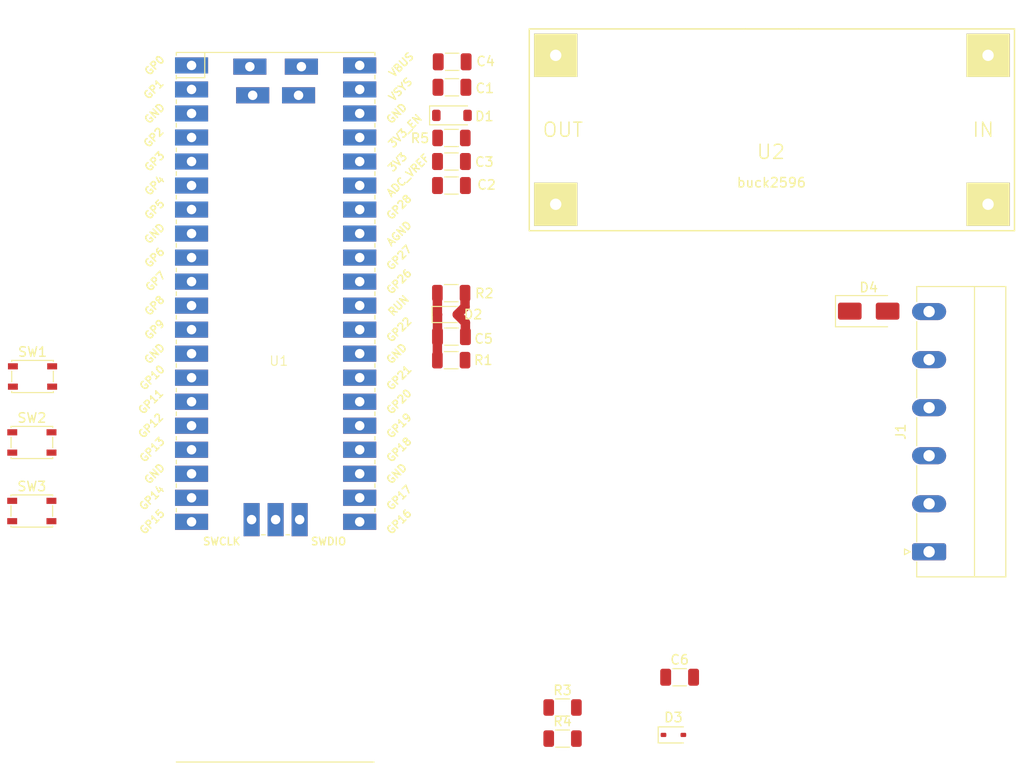
<source format=kicad_pcb>
(kicad_pcb (version 20221018) (generator pcbnew)
  (layers (0 "F.Cu" signal "Top") (31 "B.Cu" signal "Bottom") (34 "B.Paste" user) (35 "F.Paste" user) (36 "B.SilkS" user "B.Silkscreen") (37 "F.SilkS" user "F.Silkscreen") (38 "B.Mask" user) (39 "F.Mask" user) (44 "Edge.Cuts" user))
  (net 0 "")
  (net 3 "Vin")
  (net 17 "Bottom")
  (net 19 "Net-(U1-ADC_REF)")
  (net 20 "Net-(U1-VBUS)")
  (net 31 "ADC0")
  (net 32 "ADC1")
  (net 33 "Top")
  (net 34 "Net-(D4-K)")
  (net 36 "Net-(D4-A)")
  (net 37 "AIN0")
  (net 42 "Net-(J1-Pin_5)")
  (net 43 "AIN1")
  (net 45 "Net-(U1-GP13)")
  (net 46 "Net-(U1-3V3)")
  (net 48 "Net-(U1-GP14)")
  (net 50 "Net-(U1-GP15)")
  (net 51 "ADC2")
  (footprint "Capacitor_SMD:C_1206_3216Metric" (layer "F.Cu") (at 172.0596 55.3466)
    (fp_text reference "C1" (at 3.4798 0.1016) (layer "F.SilkS"))
    (fp_text value "100n")
    (fp_line (start -0.711252 -0.91) (end 0.711252 -0.91) (stroke (width 0.12)) (layer "F.SilkS"))
    (fp_line (start -0.711252 0.91) (end 0.711252 0.91) (stroke (width 0.12)) (layer "F.SilkS"))
    (pad "1" smd roundrect (at -1.475 0) (size 1.15 1.8) (layers "F.Cu" "F.Paste" "F.Mask") (roundrect_rratio 0.217391) (net 3 "Vin"))
    (pad "2" smd roundrect (at 1.475 0) (size 1.15 1.8) (layers "F.Cu" "F.Paste" "F.Mask") (roundrect_rratio 0.217391) (net 17 "Bottom"))
  )
  (footprint "Button_Switch_SMD:SW_SPST_PTS810" (layer "F.Cu") (at 127.635 100.1522)
    (fp_text reference "SW3" (at 0 -2.6) (layer "F.SilkS"))
    (fp_text value "SW_Push")
    (fp_line (start -2.2 -1.7) (end -2.2 -1.58) (stroke (width 0.12)) (layer "F.SilkS"))
    (fp_line (start -2.2 -0.57) (end -2.2 0.57) (stroke (width 0.12)) (layer "F.SilkS"))
    (fp_line (start -2.2 1.58) (end -2.2 1.7) (stroke (width 0.12)) (layer "F.SilkS"))
    (fp_line (start -2.2 1.7) (end 2.2 1.7) (stroke (width 0.12)) (layer "F.SilkS"))
    (fp_line (start 2.2 -1.7) (end -2.2 -1.7) (stroke (width 0.12)) (layer "F.SilkS"))
    (fp_line (start 2.2 -1.58) (end 2.2 -1.7) (stroke (width 0.12)) (layer "F.SilkS"))
    (fp_line (start 2.2 0.57) (end 2.2 -0.57) (stroke (width 0.12)) (layer "F.SilkS"))
    (fp_line (start 2.2 1.7) (end 2.2 1.58) (stroke (width 0.12)) (layer "F.SilkS"))
    (pad "1" smd rect (at -2.075 -1.075) (size 1.05 0.65) (layers "F.Cu" "F.Paste" "F.Mask"))
    (pad "1" smd rect (at 2.075 -1.075) (size 1.05 0.65) (layers "F.Cu" "F.Paste" "F.Mask"))
    (pad "2" smd rect (at -2.075 1.075) (size 1.05 0.65) (layers "F.Cu" "F.Paste" "F.Mask") (net 50 "Net-(U1-GP15)"))
    (pad "2" smd rect (at 2.075 1.075) (size 1.05 0.65) (layers "F.Cu" "F.Paste" "F.Mask") (net 50 "Net-(U1-GP15)"))
  )
  (footprint "Button_Switch_SMD:SW_SPST_PTS810" (layer "F.Cu") (at 127.6428 92.905)
    (fp_text reference "SW2" (at 0 -2.6) (layer "F.SilkS"))
    (fp_text value "SW_Push")
    (fp_line (start -2.2 -1.7) (end -2.2 -1.58) (stroke (width 0.12)) (layer "F.SilkS"))
    (fp_line (start -2.2 -0.57) (end -2.2 0.57) (stroke (width 0.12)) (layer "F.SilkS"))
    (fp_line (start -2.2 1.58) (end -2.2 1.7) (stroke (width 0.12)) (layer "F.SilkS"))
    (fp_line (start -2.2 1.7) (end 2.2 1.7) (stroke (width 0.12)) (layer "F.SilkS"))
    (fp_line (start 2.2 -1.7) (end -2.2 -1.7) (stroke (width 0.12)) (layer "F.SilkS"))
    (fp_line (start 2.2 -1.58) (end 2.2 -1.7) (stroke (width 0.12)) (layer "F.SilkS"))
    (fp_line (start 2.2 0.57) (end 2.2 -0.57) (stroke (width 0.12)) (layer "F.SilkS"))
    (fp_line (start 2.2 1.7) (end 2.2 1.58) (stroke (width 0.12)) (layer "F.SilkS"))
    (pad "1" smd rect (at -2.075 -1.075) (size 1.05 0.65) (layers "F.Cu" "F.Paste" "F.Mask"))
    (pad "1" smd rect (at 2.075 -1.075) (size 1.05 0.65) (layers "F.Cu" "F.Paste" "F.Mask"))
    (pad "2" smd rect (at -2.075 1.075) (size 1.05 0.65) (layers "F.Cu" "F.Paste" "F.Mask") (net 48 "Net-(U1-GP14)"))
    (pad "2" smd rect (at 2.075 1.075) (size 1.05 0.65) (layers "F.Cu" "F.Paste" "F.Mask") (net 48 "Net-(U1-GP14)"))
  )
  (footprint "Resistor_SMD:R_1206_3216Metric" (layer "F.Cu") (at 171.9834 84.201 180)
    (fp_text reference "R1" (at -3.3929 0) (layer "F.SilkS"))
    (fp_text value "10K")
    (fp_line (start -0.727064 -0.91) (end 0.727064 -0.91) (stroke (width 0.12)) (layer "F.SilkS"))
    (fp_line (start -0.727064 0.91) (end 0.727064 0.91) (stroke (width 0.12)) (layer "F.SilkS"))
    (pad "1" smd roundrect (at -1.4625 0 180) (size 1.125 1.75) (layers "F.Cu" "F.Paste" "F.Mask") (roundrect_rratio 0.222222) (net 37 "AIN0"))
    (pad "2" smd roundrect (at 1.4625 0 180) (size 1.125 1.75) (layers "F.Cu" "F.Paste" "F.Mask") (roundrect_rratio 0.222222) (net 31 "ADC0"))
  )
  (footprint "DC_DC_LM2596_small:DC_DC_LM2596_small" (layer "F.Cu") (at 205.8924 59.8424 180)
    (fp_text reference "U2" (at 0.1016 -2.3368) (layer "F.SilkS") (effects (font (size 1.5 1.5))))
    (fp_text value "buck2596" (at 0.0508 -5.588) (layer "F.SilkS"))
    (fp_text user "OUT" (at 22.098 0) (layer "F.SilkS") (effects (font (size 1.5 1.5))))
    (fp_text user "IN" (at -22.352 0) (layer "F.SilkS") (effects (font (size 1.5 1.5))))
    (fp_line (start -25.654 -10.668) (end 25.654 -10.668) (stroke (width 0.15)) (layer "F.SilkS"))
    (fp_line (start -25.654 10.668) (end -25.654 -10.668) (stroke (width 0.15)) (layer "F.SilkS"))
    (fp_line (start -25.654 10.668) (end -2.794 10.668) (stroke (width 0.15)) (layer "F.SilkS"))
    (fp_line (start 2.794 10.668) (end -2.794 10.668) (stroke (width 0.15)) (layer "F.SilkS"))
    (fp_line (start 2.794 10.668) (end 25.654 10.668) (stroke (width 0.15)) (layer "F.SilkS"))
    (fp_line (start 25.654 10.668) (end 25.654 -10.668) (stroke (width 0.15)) (layer "F.SilkS"))
    (pad "1" thru_hole rect (at -22.86 -7.874 180) (size 4.572 4.572) (drill 1.2) (layers "*.Cu" "*.Mask" "F.SilkS") (net 34 "Net-(D4-K)"))
    (pad "2" thru_hole rect (at -22.86 7.874 180) (size 4.572 4.572) (drill 1.2) (layers "*.Cu" "*.Mask" "F.SilkS") (net 42 "Net-(J1-Pin_5)"))
    (pad "3" thru_hole rect (at 22.86 -7.874 180) (size 4.572 4.572) (drill 1.2) (layers "*.Cu" "*.Mask" "F.SilkS") (net 3 "Vin"))
    (pad "4" thru_hole rect (at 22.86 7.874 180) (size 4.572 4.572) (drill 1.2) (layers "*.Cu" "*.Mask" "F.SilkS") (net 17 "Bottom"))
  )
  (footprint "Capacitor_SMD:C_1206_3216Metric" (layer "F.Cu") (at 196.137 117.729)
    (fp_text reference "C6" (at 0 -1.85) (layer "F.SilkS"))
    (fp_text value "100n")
    (fp_line (start -0.711252 -0.91) (end 0.711252 -0.91) (stroke (width 0.12)) (layer "F.SilkS"))
    (fp_line (start -0.711252 0.91) (end 0.711252 0.91) (stroke (width 0.12)) (layer "F.SilkS"))
    (pad "1" smd roundrect (at -1.475 0) (size 1.15 1.8) (layers "F.Cu" "F.Paste" "F.Mask") (roundrect_rratio 0.217391) (net 32 "ADC1"))
    (pad "2" smd roundrect (at 1.475 0) (size 1.15 1.8) (layers "F.Cu" "F.Paste" "F.Mask") (roundrect_rratio 0.217391) (net 17 "Bottom"))
  )
  (footprint "Capacitor_SMD:C_1206_3216Metric" (layer "F.Cu") (at 172.0088 65.7352)
    (fp_text reference "C2" (at 3.7084 -0.0762) (layer "F.SilkS"))
    (fp_text value "100n")
    (fp_line (start -0.711252 -0.91) (end 0.711252 -0.91) (stroke (width 0.12)) (layer "F.SilkS"))
    (fp_line (start -0.711252 0.91) (end 0.711252 0.91) (stroke (width 0.12)) (layer "F.SilkS"))
    (pad "1" smd roundrect (at -1.475 0) (size 1.15 1.8) (layers "F.Cu" "F.Paste" "F.Mask") (roundrect_rratio 0.217391) (net 19 "Net-(U1-ADC_REF)"))
    (pad "2" smd roundrect (at 1.475 0) (size 1.15 1.8) (layers "F.Cu" "F.Paste" "F.Mask") (roundrect_rratio 0.217391) (net 17 "Bottom"))
  )
  (footprint "Diode_SMD:D_SMA" (layer "F.Cu") (at 216.1286 79.0194)
    (fp_text reference "D4" (at 0 -2.5) (layer "F.SilkS"))
    (fp_text value "SS14")
    (fp_line (start -3.51 -1.65) (end -3.51 1.65) (stroke (width 0.12)) (layer "F.SilkS"))
    (fp_line (start -3.51 -1.65) (end 2 -1.65) (stroke (width 0.12)) (layer "F.SilkS"))
    (fp_line (start -3.51 1.65) (end 2 1.65) (stroke (width 0.12)) (layer "F.SilkS"))
    (pad "1" smd roundrect (at -2 0) (size 2.5 1.8) (layers "F.Cu" "F.Paste" "F.Mask") (roundrect_rratio 0.1388888889) (net 34 "Net-(D4-K)"))
    (pad "2" smd roundrect (at 2 0) (size 2.5 1.8) (layers "F.Cu" "F.Paste" "F.Mask") (roundrect_rratio 0.1388888889) (net 36 "Net-(D4-A)"))
  )
  (footprint "Diode_SMD:D_SOD-323" (layer "F.Cu") (at 171.577 79.375)
    (fp_text reference "D2" (at 2.7178 0) (layer "F.SilkS"))
    (fp_text value "S2")
    (fp_line (start -1.61 -0.85) (end -1.61 0.85) (stroke (width 0.12)) (layer "F.SilkS"))
    (fp_line (start -1.61 -0.85) (end 1.05 -0.85) (stroke (width 0.12)) (layer "F.SilkS"))
    (fp_line (start -1.61 0.85) (end 1.05 0.85) (stroke (width 0.12)) (layer "F.SilkS"))
    (pad "1" smd roundrect (at -1.05 0) (size 0.6 0.45) (layers "F.Cu" "F.Paste" "F.Mask") (net 31 "ADC0"))
    (pad "2" smd roundrect (at 1.05 0) (size 0.6 0.45) (layers "F.Cu" "F.Paste" "F.Mask") (net 17 "Bottom"))
  )
  (footprint "Resistor_SMD:R_1206_3216Metric" (layer "F.Cu") (at 183.757 124.219)
    (fp_text reference "R4" (at 0 -1.82) (layer "F.SilkS"))
    (fp_text value "10K")
    (fp_line (start -0.727064 -0.91) (end 0.727064 -0.91) (stroke (width 0.12)) (layer "F.SilkS"))
    (fp_line (start -0.727064 0.91) (end 0.727064 0.91) (stroke (width 0.12)) (layer "F.SilkS"))
    (pad "1" smd roundrect (at -1.4625 0) (size 1.125 1.75) (layers "F.Cu" "F.Paste" "F.Mask") (roundrect_rratio 0.222222) (net 32 "ADC1"))
    (pad "2" smd roundrect (at 1.4625 0) (size 1.125 1.75) (layers "F.Cu" "F.Paste" "F.Mask") (roundrect_rratio 0.222222) (net 17 "Bottom"))
  )
  (footprint "Capacitor_SMD:C_1206_3216Metric" (layer "F.Cu") (at 172.0088 63.1952)
    (fp_text reference "C3" (at 3.4798 0.0508) (layer "F.SilkS"))
    (fp_text value "100n")
    (fp_line (start -0.711252 -0.91) (end 0.711252 -0.91) (stroke (width 0.12)) (layer "F.SilkS"))
    (fp_line (start -0.711252 0.91) (end 0.711252 0.91) (stroke (width 0.12)) (layer "F.SilkS"))
    (pad "1" smd roundrect (at -1.475 0) (size 1.15 1.8) (layers "F.Cu" "F.Paste" "F.Mask") (roundrect_rratio 0.217391) (net 46 "Net-(U1-3V3)"))
    (pad "2" smd roundrect (at 1.475 0) (size 1.15 1.8) (layers "F.Cu" "F.Paste" "F.Mask") (roundrect_rratio 0.217391) (net 17 "Bottom"))
  )
  (footprint "Resistor_SMD:R_1206_3216Metric" (layer "F.Cu") (at 183.757 120.929)
    (fp_text reference "R3" (at 0 -1.82) (layer "F.SilkS"))
    (fp_text value "10K")
    (fp_line (start -0.727064 -0.91) (end 0.727064 -0.91) (stroke (width 0.12)) (layer "F.SilkS"))
    (fp_line (start -0.727064 0.91) (end 0.727064 0.91) (stroke (width 0.12)) (layer "F.SilkS"))
    (pad "1" smd roundrect (at -1.4625 0) (size 1.125 1.75) (layers "F.Cu" "F.Paste" "F.Mask") (roundrect_rratio 0.222222) (net 43 "AIN1"))
    (pad "2" smd roundrect (at 1.4625 0) (size 1.125 1.75) (layers "F.Cu" "F.Paste" "F.Mask") (roundrect_rratio 0.222222) (net 32 "ADC1"))
  )
  (footprint "Connector_Phoenix_MC_HighVoltage:PhoenixContact_MC_1,5_6-G-5.08_1x06_P5.08mm_Horizontal" (layer "F.Cu") (at 222.5179 104.466 90)
    (fp_text reference "J1" (at 12.7 -3 90) (layer "F.SilkS"))
    (fp_text value "Conn_01x06")
    (fp_line (start -2.65 -1.31) (end -2.65 8.11) (stroke (width 0.12)) (layer "F.SilkS"))
    (fp_line (start -2.65 -1.31) (end -1.05 -1.31) (stroke (width 0.12)) (layer "F.SilkS"))
    (fp_line (start -2.65 4.8) (end 28.05 4.8) (stroke (width 0.12)) (layer "F.SilkS"))
    (fp_line (start -2.65 8.11) (end 28.05 8.11) (stroke (width 0.12)) (layer "F.SilkS"))
    (fp_line (start -0.3 -2.6) (end 0.3 -2.6) (stroke (width 0.12)) (layer "F.SilkS"))
    (fp_line (start 0 -2) (end -0.3 -2.6) (stroke (width 0.12)) (layer "F.SilkS"))
    (fp_line (start 0.3 -2.6) (end 0 -2) (stroke (width 0.12)) (layer "F.SilkS"))
    (fp_line (start 1.05 -1.31) (end 4.03 -1.31) (stroke (width 0.12)) (layer "F.SilkS"))
    (fp_line (start 6.13 -1.31) (end 9.11 -1.31) (stroke (width 0.12)) (layer "F.SilkS"))
    (fp_line (start 11.21 -1.31) (end 14.19 -1.31) (stroke (width 0.12)) (layer "F.SilkS"))
    (fp_line (start 16.29 -1.31) (end 19.27 -1.31) (stroke (width 0.12)) (layer "F.SilkS"))
    (fp_line (start 21.37 -1.31) (end 24.35 -1.31) (stroke (width 0.12)) (layer "F.SilkS"))
    (fp_line (start 28.05 -1.31) (end 26.45 -1.31) (stroke (width 0.12)) (layer "F.SilkS"))
    (fp_line (start 28.05 8.11) (end 28.05 -1.31) (stroke (width 0.12)) (layer "F.SilkS"))
    (pad "1" thru_hole roundrect (at 0 0 90) (size 1.8 3.6) (drill 1.2) (layers "*.Cu" "*.Mask") (roundrect_rratio 0.138889) (net 33 "Top"))
    (pad "2" thru_hole oval (at 5.08 0 90) (size 1.8 3.6) (drill 1.2) (layers "*.Cu" "*.Mask") (net 37 "AIN0"))
    (pad "3" thru_hole oval (at 10.16 0 90) (size 1.8 3.6) (drill 1.2) (layers "*.Cu" "*.Mask") (net 17 "Bottom"))
    (pad "4" thru_hole oval (at 15.24 0 90) (size 1.8 3.6) (drill 1.2) (layers "*.Cu" "*.Mask"))
    (pad "5" thru_hole oval (at 20.32 0 90) (size 1.8 3.6) (drill 1.2) (layers "*.Cu" "*.Mask") (net 42 "Net-(J1-Pin_5)"))
    (pad "6" thru_hole oval (at 25.4 0 90) (size 1.8 3.6) (drill 1.2) (layers "*.Cu" "*.Mask") (net 36 "Net-(D4-A)"))
  )
  (footprint "Diode_SMD:D_SOD-123" (layer "F.Cu") (at 172.0596 58.3184)
    (fp_text reference "D1" (at 3.429 0.1016) (layer "F.SilkS"))
    (fp_text value "MMSZ4680T1G CE")
    (fp_line (start -2.36 -1) (end -2.36 1) (stroke (width 0.12)) (layer "F.SilkS"))
    (fp_line (start -2.36 -1) (end 1.65 -1) (stroke (width 0.12)) (layer "F.SilkS"))
    (fp_line (start -2.36 1) (end 1.65 1) (stroke (width 0.12)) (layer "F.SilkS"))
    (pad "1" smd roundrect (at -1.65 0) (size 0.9 1.2) (layers "F.Cu" "F.Paste" "F.Mask") (net 33 "Top"))
    (pad "2" smd roundrect (at 1.65 0) (size 0.9 1.2) (layers "F.Cu" "F.Paste" "F.Mask") (net 17 "Bottom"))
  )
  (footprint "Diode_SMD:D_SOD-323" (layer "F.Cu") (at 195.482 123.829)
    (fp_text reference "D3" (at 0 -1.85) (layer "F.SilkS"))
    (fp_text value "S2")
    (fp_line (start -1.61 -0.85) (end -1.61 0.85) (stroke (width 0.12)) (layer "F.SilkS"))
    (fp_line (start -1.61 -0.85) (end 1.05 -0.85) (stroke (width 0.12)) (layer "F.SilkS"))
    (fp_line (start -1.61 0.85) (end 1.05 0.85) (stroke (width 0.12)) (layer "F.SilkS"))
    (pad "1" smd roundrect (at -1.05 0) (size 0.6 0.45) (layers "F.Cu" "F.Paste" "F.Mask") (net 32 "ADC1"))
    (pad "2" smd roundrect (at 1.05 0) (size 0.6 0.45) (layers "F.Cu" "F.Paste" "F.Mask") (net 17 "Bottom"))
  )
  (footprint "Wiznet_W5100SEBV_Pico:Wiznet_Pico" (layer "F.Cu") (at 153.756 84.7852)
    (fp_text reference "U1" (at 0 -0.5 unlocked) (layer "F.SilkS") (effects (font (thickness 0.1))))
    (fp_text value "~")
    (fp_text user "VSYS" (at 12.86 -29.21 45) (layer "F.SilkS") (effects (font (size 0.8 0.8))))
    (fp_text user "GND" (at -13.14 11.43 45) (layer "F.SilkS") (effects (font (size 0.8 0.8))))
    (fp_text user "GP9" (at -13.14 -3.81 45) (layer "F.SilkS") (effects (font (size 0.8 0.8))))
    (fp_text user "GP3" (at -13.14 -21.59 45) (layer "F.SilkS") (effects (font (size 0.8 0.8))))
    (fp_text user "GND" (at 12.46 11.43 45) (layer "F.SilkS") (effects (font (size 0.8 0.8))))
    (fp_text user "GP1" (at -13.24 -29.22 45) (layer "F.SilkS") (effects (font (size 0.8 0.8))))
    (fp_text user "GP18" (at 12.714 8.89 45) (layer "F.SilkS") (effects (font (size 0.8 0.8))))
    (fp_text user "GP8" (at -13.14 -6.35 45) (layer "F.SilkS") (effects (font (size 0.8 0.8))))
    (fp_text user "GP16" (at 12.714 16.51 45) (layer "F.SilkS") (effects (font (size 0.8 0.8))))
    (fp_text user "GND" (at 12.46 -1.27 45) (layer "F.SilkS") (effects (font (size 0.8 0.8))))
    (fp_text user "GP10" (at -13.394 1.27 45) (layer "F.SilkS") (effects (font (size 0.8 0.8))))
    (fp_text user "SWCLK" (at -6.04 18.58) (layer "F.SilkS") (effects (font (size 0.8 0.8))))
    (fp_text user "GP11" (at -13.54 3.81 45) (layer "F.SilkS") (effects (font (size 0.8 0.8))))
    (fp_text user "3V3_EN" (at 13.36 -24.82 45) (layer "F.SilkS") (effects (font (size 0.8 0.8))))
    (fp_text user "GP5" (at -13.14 -16.51 45) (layer "F.SilkS") (effects (font (size 0.8 0.8))))
    (fp_text user "GP28" (at 12.714 -16.764 45) (layer "F.SilkS") (effects (font (size 0.8 0.8))))
    (fp_text user "GND" (at -13.14 -13.97 45) (layer "F.SilkS") (effects (font (size 0.8 0.8))))
    (fp_text user "GND" (at -13.14 -1.27 45) (layer "F.SilkS") (effects (font (size 0.8 0.8))))
    (fp_text user "GP4" (at -13.14 -19.05 45) (layer "F.SilkS") (effects (font (size 0.8 0.8))))
    (fp_text user "GP17" (at 12.714 13.97 45) (layer "F.SilkS") (effects (font (size 0.8 0.8))))
    (fp_text user "SWDIO" (at 5.26 18.58) (layer "F.SilkS") (effects (font (size 0.8 0.8))))
    (fp_text user "GP20" (at 12.714 3.81 45) (layer "F.SilkS") (effects (font (size 0.8 0.8))))
    (fp_text user "GP22" (at 12.714 -3.81 45) (layer "F.SilkS") (effects (font (size 0.8 0.8))))
    (fp_text user "GP15" (at -13.394 16.51 45) (layer "F.SilkS") (effects (font (size 0.8 0.8))))
    (fp_text user "RUN" (at 12.66 -6.35 45) (layer "F.SilkS") (effects (font (size 0.8 0.8))))
    (fp_text user "VBUS" (at 12.96 -31.82 45) (layer "F.SilkS") (effects (font (size 0.8 0.8))))
    (fp_text user "GP0" (at -13.14 -31.75 45) (layer "F.SilkS") (effects (font (size 0.8 0.8))))
    (fp_text user "3V3" (at 12.56 -21.52 45) (layer "F.SilkS") (effects (font (size 0.8 0.8))))
    (fp_text user "GND" (at 12.46 -26.67 45) (layer "F.SilkS") (effects (font (size 0.8 0.8))))
    (fp_text user "GP13" (at -13.394 8.89 45) (layer "F.SilkS") (effects (font (size 0.8 0.8))))
    (fp_text user "GP21" (at 12.714 1.28 45) (layer "F.SilkS") (effects (font (size 0.8 0.8))))
    (fp_text user "ADC_VREF" (at 13.66 -20.12 45) (layer "F.SilkS") (effects (font (size 0.8 0.8))))
    (fp_text user "GND" (at -13.14 -26.67 45) (layer "F.SilkS") (effects (font (size 0.8 0.8))))
    (fp_text user "GP27" (at 12.714 -11.42 45) (layer "F.SilkS") (effects (font (size 0.8 0.8))))
    (fp_text user "GP7" (at -13.04 -8.92 45) (layer "F.SilkS") (effects (font (size 0.8 0.8))))
    (fp_text user "GP26" (at 12.714 -8.89 45) (layer "F.SilkS") (effects (font (size 0.8 0.8))))
    (fp_text user "AGND" (at 12.714 -13.97 45) (layer "F.SilkS") (effects (font (size 0.8 0.8))))
    (fp_text user "GP12" (at -13.54 6.35 45) (layer "F.SilkS") (effects (font (size 0.8 0.8))))
    (fp_text user "GP19" (at 12.714 6.35 45) (layer "F.SilkS") (effects (font (size 0.8 0.8))))
    (fp_text user "GP2" (at -13.24 -24.13 45) (layer "F.SilkS") (effects (font (size 0.8 0.8))))
    (fp_text user "GP14" (at -13.44 13.97 45) (layer "F.SilkS") (effects (font (size 0.8 0.8))))
    (fp_text user "GP6" (at -13.14 -11.43 45) (layer "F.SilkS") (effects (font (size 0.8 0.8))))
    (fp_line (start -10.84 -33.12) (end -10.84 -32.82) (stroke (width 0.12)) (layer "F.SilkS"))
    (fp_line (start -10.84 -33.12) (end 10.16 -33.12) (stroke (width 0.12)) (layer "F.SilkS"))
    (fp_line (start -10.84 -30.72) (end -10.84 -30.32) (stroke (width 0.12)) (layer "F.SilkS"))
    (fp_line (start -10.84 -30.453) (end -7.833 -30.453) (stroke (width 0.12)) (layer "F.SilkS"))
    (fp_line (start -10.84 -28.12) (end -10.84 -27.72) (stroke (width 0.12)) (layer "F.SilkS"))
    (fp_line (start -10.84 -25.62) (end -10.84 -25.22) (stroke (width 0.12)) (layer "F.SilkS"))
    (fp_line (start -10.84 -23.02) (end -10.84 -22.62) (stroke (width 0.12)) (layer "F.SilkS"))
    (fp_line (start -10.84 -20.52) (end -10.84 -20.12) (stroke (width 0.12)) (layer "F.SilkS"))
    (fp_line (start -10.84 -18.02) (end -10.84 -17.62) (stroke (width 0.12)) (layer "F.SilkS"))
    (fp_line (start -10.84 -15.42) (end -10.84 -15.02) (stroke (width 0.12)) (layer "F.SilkS"))
    (fp_line (start -10.84 -12.92) (end -10.84 -12.52) (stroke (width 0.12)) (layer "F.SilkS"))
    (fp_line (start -10.84 -10.32) (end -10.84 -9.92) (stroke (width 0.12)) (layer "F.SilkS"))
    (fp_line (start -10.84 -7.82) (end -10.84 -7.42) (stroke (width 0.12)) (layer "F.SilkS"))
    (fp_line (start -10.84 -5.32) (end -10.84 -4.92) (stroke (width 0.12)) (layer "F.SilkS"))
    (fp_line (start -10.84 -2.72) (end -10.84 -2.32) (stroke (width 0.12)) (layer "F.SilkS"))
    (fp_line (start -10.84 -0.22) (end -10.84 0.18) (stroke (width 0.12)) (layer "F.SilkS"))
    (fp_line (start -10.84 2.38) (end -10.84 2.78) (stroke (width 0.12)) (layer "F.SilkS"))
    (fp_line (start -10.84 4.88) (end -10.84 5.28) (stroke (width 0.12)) (layer "F.SilkS"))
    (fp_line (start -10.84 7.48) (end -10.84 7.88) (stroke (width 0.12)) (layer "F.SilkS"))
    (fp_line (start -10.84 9.98) (end -10.84 10.38) (stroke (width 0.12)) (layer "F.SilkS"))
    (fp_line (start -10.84 12.48) (end -10.84 12.88) (stroke (width 0.12)) (layer "F.SilkS"))
    (fp_line (start -10.84 15.08) (end -10.84 15.48) (stroke (width 0.12)) (layer "F.SilkS"))
    (fp_line (start -7.833 -30.453) (end -7.833 -33.12) (stroke (width 0.12)) (layer "F.SilkS"))
    (fp_line (start -1.84 17.88) (end -1.44 17.88) (stroke (width 0.12)) (layer "F.SilkS"))
    (fp_line (start 0.76 17.88) (end 1.16 17.88) (stroke (width 0.12)) (layer "F.SilkS"))
    (fp_line (start 10.074 41.91) (end -10.84 41.91) (stroke (width 0.12)) (layer "F.SilkS"))
    (fp_line (start 10.16 -33.12) (end 10.16 -32.82) (stroke (width 0.12)) (layer "F.SilkS"))
    (fp_line (start 10.16 -30.72) (end 10.16 -30.32) (stroke (width 0.12)) (layer "F.SilkS"))
    (fp_line (start 10.16 -28.12) (end 10.16 -27.72) (stroke (width 0.12)) (layer "F.SilkS"))
    (fp_line (start 10.16 -25.62) (end 10.16 -25.22) (stroke (width 0.12)) (layer "F.SilkS"))
    (fp_line (start 10.16 -23.02) (end 10.16 -22.62) (stroke (width 0.12)) (layer "F.SilkS"))
    (fp_line (start 10.16 -20.52) (end 10.16 -20.12) (stroke (width 0.12)) (layer "F.SilkS"))
    (fp_line (start 10.16 -18.02) (end 10.16 -17.62) (stroke (width 0.12)) (layer "F.SilkS"))
    (fp_line (start 10.16 -15.42) (end 10.16 -15.02) (stroke (width 0.12)) (layer "F.SilkS"))
    (fp_line (start 10.16 -12.92) (end 10.16 -12.52) (stroke (width 0.12)) (layer "F.SilkS"))
    (fp_line (start 10.16 -10.32) (end 10.16 -9.92) (stroke (width 0.12)) (layer "F.SilkS"))
    (fp_line (start 10.16 -7.82) (end 10.16 -7.42) (stroke (width 0.12)) (layer "F.SilkS"))
    (fp_line (start 10.16 -5.32) (end 10.16 -4.92) (stroke (width 0.12)) (layer "F.SilkS"))
    (fp_line (start 10.16 -2.72) (end 10.16 -2.32) (stroke (width 0.12)) (layer "F.SilkS"))
    (fp_line (start 10.16 -0.22) (end 10.16 0.18) (stroke (width 0.12)) (layer "F.SilkS"))
    (fp_line (start 10.16 2.38) (end 10.16 2.78) (stroke (width 0.12)) (layer "F.SilkS"))
    (fp_line (start 10.16 4.88) (end 10.16 5.28) (stroke (width 0.12)) (layer "F.SilkS"))
    (fp_line (start 10.16 7.48) (end 10.16 7.88) (stroke (width 0.12)) (layer "F.SilkS"))
    (fp_line (start 10.16 9.98) (end 10.16 10.38) (stroke (width 0.12)) (layer "F.SilkS"))
    (fp_line (start 10.16 12.48) (end 10.16 12.88) (stroke (width 0.12)) (layer "F.SilkS"))
    (fp_line (start 10.16 15.08) (end 10.16 15.48) (stroke (width 0.12)) (layer "F.SilkS"))
    (pad "" thru_hole rect (at -3.065 -31.62) (size 3.5 1.7) (drill 1) (layers "*.Cu" "*.Mask"))
    (pad "" thru_hole rect (at -2.765 -28.59) (size 3.5 1.7) (drill 1) (layers "*.Cu" "*.Mask"))
    (pad "" thru_hole rect (at 2.085 -28.59) (size 3.5 1.7) (drill 1) (layers "*.Cu" "*.Mask"))
    (pad "" thru_hole rect (at 2.385 -31.62) (size 3.5 1.7) (drill 1) (layers "*.Cu" "*.Mask"))
    (pad "1" thru_hole rect (at -9.23 -31.75) (size 3.5 1.7) (drill 1) (layers "*.Cu" "*.Mask"))
    (pad "2" thru_hole rect (at -9.23 -29.21) (size 3.5 1.7) (drill 1) (layers "*.Cu" "*.Mask"))
    (pad "3" thru_hole rect (at -9.23 -26.67) (size 3.5 1.7) (drill 1) (layers "*.Cu" "*.Mask") (net 17 "Bottom"))
    (pad "4" thru_hole rect (at -9.23 -24.13) (size 3.5 1.7) (drill 1) (layers "*.Cu" "*.Mask"))
    (pad "5" thru_hole rect (at -9.23 -21.59) (size 3.5 1.7) (drill 1) (layers "*.Cu" "*.Mask"))
    (pad "6" thru_hole rect (at -9.23 -19.05) (size 3.5 1.7) (drill 1) (layers "*.Cu" "*.Mask"))
    (pad "7" thru_hole rect (at -9.23 -16.51) (size 3.5 1.7) (drill 1) (layers "*.Cu" "*.Mask"))
    (pad "8" thru_hole rect (at -9.23 -13.97) (size 3.5 1.7) (drill 1) (layers "*.Cu" "*.Mask"))
    (pad "9" thru_hole rect (at -9.23 -11.43) (size 3.5 1.7) (drill 1) (layers "*.Cu" "*.Mask"))
    (pad "10" thru_hole rect (at -9.23 -8.89) (size 3.5 1.7) (drill 1) (layers "*.Cu" "*.Mask"))
    (pad "11" thru_hole rect (at -9.23 -6.35) (size 3.5 1.7) (drill 1) (layers "*.Cu" "*.Mask"))
    (pad "12" thru_hole rect (at -9.23 -3.81) (size 3.5 1.7) (drill 1) (layers "*.Cu" "*.Mask"))
    (pad "13" thru_hole rect (at -9.23 -1.27) (size 3.5 1.7) (drill 1) (layers "*.Cu" "*.Mask"))
    (pad "14" thru_hole rect (at -9.23 1.27) (size 3.5 1.7) (drill 1) (layers "*.Cu" "*.Mask"))
    (pad "15" thru_hole rect (at -9.23 3.81) (size 3.5 1.7) (drill 1) (layers "*.Cu" "*.Mask"))
    (pad "16" thru_hole rect (at -9.23 6.35) (size 3.5 1.7) (drill 1) (layers "*.Cu" "*.Mask"))
    (pad "17" thru_hole rect (at -9.23 8.89) (size 3.5 1.7) (drill 1) (layers "*.Cu" "*.Mask") (net 45 "Net-(U1-GP13)"))
    (pad "18" thru_hole rect (at -9.23 11.43) (size 3.5 1.7) (drill 1) (layers "*.Cu" "*.Mask"))
    (pad "19" thru_hole rect (at -9.23 13.97) (size 3.5 1.7) (drill 1) (layers "*.Cu" "*.Mask") (net 48 "Net-(U1-GP14)"))
    (pad "20" thru_hole rect (at -9.23 16.51) (size 3.5 1.7) (drill 1) (layers "*.Cu" "*.Mask") (net 50 "Net-(U1-GP15)"))
    (pad "21" thru_hole rect (at 8.55 16.51) (size 3.5 1.7) (drill 1) (layers "*.Cu" "*.Mask"))
    (pad "22" thru_hole rect (at 8.55 13.97) (size 3.5 1.7) (drill 1) (layers "*.Cu" "*.Mask"))
    (pad "23" thru_hole rect (at 8.55 11.43) (size 3.5 1.7) (drill 1) (layers "*.Cu" "*.Mask"))
    (pad "24" thru_hole rect (at 8.55 8.89) (size 3.5 1.7) (drill 1) (layers "*.Cu" "*.Mask"))
    (pad "25" thru_hole rect (at 8.55 6.35) (size 3.5 1.7) (drill 1) (layers "*.Cu" "*.Mask"))
    (pad "26" thru_hole rect (at 8.55 3.81) (size 3.5 1.7) (drill 1) (layers "*.Cu" "*.Mask"))
    (pad "27" thru_hole rect (at 8.55 1.27) (size 3.5 1.7) (drill 1) (layers "*.Cu" "*.Mask"))
    (pad "28" thru_hole rect (at 8.55 -1.27) (size 3.5 1.7) (drill 1) (layers "*.Cu" "*.Mask"))
    (pad "29" thru_hole rect (at 8.55 -3.81) (size 3.5 1.7) (drill 1) (layers "*.Cu" "*.Mask"))
    (pad "30" thru_hole rect (at 8.55 -6.35) (size 3.5 1.7) (drill 1) (layers "*.Cu" "*.Mask"))
    (pad "31" thru_hole rect (at 8.55 -8.89) (size 3.5 1.7) (drill 1) (layers "*.Cu" "*.Mask") (net 31 "ADC0"))
    (pad "32" thru_hole rect (at 8.55 -11.43) (size 3.5 1.7) (drill 1) (layers "*.Cu" "*.Mask") (net 32 "ADC1"))
    (pad "33" thru_hole rect (at 8.55 -13.97) (size 3.5 1.7) (drill 1) (layers "*.Cu" "*.Mask") (net 17 "Bottom"))
    (pad "34" thru_hole rect (at 8.55 -16.51) (size 3.5 1.7) (drill 1) (layers "*.Cu" "*.Mask") (net 51 "ADC2"))
    (pad "35" thru_hole rect (at 8.55 -19.05) (size 3.5 1.7) (drill 1) (layers "*.Cu" "*.Mask") (net 19 "Net-(U1-ADC_REF)"))
    (pad "36" thru_hole rect (at 8.55 -21.59) (size 3.5 1.7) (drill 1) (layers "*.Cu" "*.Mask") (net 46 "Net-(U1-3V3)"))
    (pad "37" thru_hole rect (at 8.55 -24.13) (size 3.5 1.7) (drill 1) (layers "*.Cu" "*.Mask"))
    (pad "38" thru_hole rect (at 8.55 -26.67) (size 3.5 1.7) (drill 1) (layers "*.Cu" "*.Mask") (net 17 "Bottom"))
    (pad "39" thru_hole rect (at 8.55 -29.21) (size 3.5 1.7) (drill 1) (layers "*.Cu" "*.Mask") (net 3 "Vin"))
    (pad "40" thru_hole rect (at 8.55 -31.75) (size 3.5 1.7) (drill 1) (layers "*.Cu" "*.Mask") (net 20 "Net-(U1-VBUS)"))
    (pad "41" thru_hole rect (at -2.88 16.28 90) (size 3.5 1.7) (drill 1) (layers "*.Cu" "*.Mask"))
    (pad "42" thru_hole rect (at -0.34 16.28 90) (size 3.5 1.7) (drill 1) (layers "*.Cu" "*.Mask"))
    (pad "43" thru_hole rect (at 2.2 16.28 90) (size 3.5 1.7) (drill 1) (layers "*.Cu" "*.Mask"))
  )
  (footprint "Resistor_SMD:R_1206_3216Metric" (layer "F.Cu") (at 172.0088 60.706)
    (fp_text reference "R5" (at -3.3274 0.0254) (layer "F.SilkS"))
    (fp_text value "1K")
    (fp_line (start -0.727064 -0.91) (end 0.727064 -0.91) (stroke (width 0.12)) (layer "F.SilkS"))
    (fp_line (start -0.727064 0.91) (end 0.727064 0.91) (stroke (width 0.12)) (layer "F.SilkS"))
    (pad "1" smd roundrect (at -1.4625 0) (size 1.125 1.75) (layers "F.Cu" "F.Paste" "F.Mask") (roundrect_rratio 0.222222) (net 46 "Net-(U1-3V3)"))
    (pad "2" smd roundrect (at 1.4625 0) (size 1.125 1.75) (layers "F.Cu" "F.Paste" "F.Mask") (roundrect_rratio 0.222222) (net 33 "Top"))
  )
  (footprint "Resistor_SMD:R_1206_3216Metric" (layer "F.Cu") (at 171.9834 77.1144)
    (fp_text reference "R2" (at 3.5052 0.0254) (layer "F.SilkS"))
    (fp_text value "10K")
    (fp_line (start -0.727064 -0.91) (end 0.727064 -0.91) (stroke (width 0.12)) (layer "F.SilkS"))
    (fp_line (start -0.727064 0.91) (end 0.727064 0.91) (stroke (width 0.12)) (layer "F.SilkS"))
    (pad "1" smd roundrect (at -1.4625 0) (size 1.125 1.75) (layers "F.Cu" "F.Paste" "F.Mask") (roundrect_rratio 0.222222) (net 31 "ADC0"))
    (pad "2" smd roundrect (at 1.4625 0) (size 1.125 1.75) (layers "F.Cu" "F.Paste" "F.Mask") (roundrect_rratio 0.222222) (net 17 "Bottom"))
  )
  (footprint "Capacitor_SMD:C_1206_3216Metric" (layer "F.Cu") (at 172.085 52.6542)
    (fp_text reference "C4" (at 3.5306 -0.0508) (layer "F.SilkS"))
    (fp_text value "100n")
    (fp_line (start -0.711252 -0.91) (end 0.711252 -0.91) (stroke (width 0.12)) (layer "F.SilkS"))
    (fp_line (start -0.711252 0.91) (end 0.711252 0.91) (stroke (width 0.12)) (layer "F.SilkS"))
    (pad "1" smd roundrect (at -1.475 0) (size 1.15 1.8) (layers "F.Cu" "F.Paste" "F.Mask") (roundrect_rratio 0.217391) (net 20 "Net-(U1-VBUS)"))
    (pad "2" smd roundrect (at 1.475 0) (size 1.15 1.8) (layers "F.Cu" "F.Paste" "F.Mask") (roundrect_rratio 0.217391) (net 17 "Bottom"))
  )
  (footprint "Capacitor_SMD:C_1206_3216Metric" (layer "F.Cu") (at 172.0088 81.7118)
    (fp_text reference "C5" (at 3.4036 0.2286) (layer "F.SilkS"))
    (fp_text value "100n")
    (fp_line (start -0.711252 -0.91) (end 0.711252 -0.91) (stroke (width 0.12)) (layer "F.SilkS"))
    (fp_line (start -0.711252 0.91) (end 0.711252 0.91) (stroke (width 0.12)) (layer "F.SilkS"))
    (pad "1" smd roundrect (at -1.475 0) (size 1.15 1.8) (layers "F.Cu" "F.Paste" "F.Mask") (roundrect_rratio 0.217391) (net 31 "ADC0"))
    (pad "2" smd roundrect (at 1.475 0) (size 1.15 1.8) (layers "F.Cu" "F.Paste" "F.Mask") (roundrect_rratio 0.217391) (net 17 "Bottom"))
  )
  (footprint "Button_Switch_SMD:SW_SPST_PTS810" (layer "F.Cu") (at 127.7112 85.9282)
    (fp_text reference "SW1" (at 0 -2.6) (layer "F.SilkS"))
    (fp_text value "SW_Push")
    (fp_line (start -2.2 -1.7) (end -2.2 -1.58) (stroke (width 0.12)) (layer "F.SilkS"))
    (fp_line (start -2.2 -0.57) (end -2.2 0.57) (stroke (width 0.12)) (layer "F.SilkS"))
    (fp_line (start -2.2 1.58) (end -2.2 1.7) (stroke (width 0.12)) (layer "F.SilkS"))
    (fp_line (start -2.2 1.7) (end 2.2 1.7) (stroke (width 0.12)) (layer "F.SilkS"))
    (fp_line (start 2.2 -1.7) (end -2.2 -1.7) (stroke (width 0.12)) (layer "F.SilkS"))
    (fp_line (start 2.2 -1.58) (end 2.2 -1.7) (stroke (width 0.12)) (layer "F.SilkS"))
    (fp_line (start 2.2 0.57) (end 2.2 -0.57) (stroke (width 0.12)) (layer "F.SilkS"))
    (fp_line (start 2.2 1.7) (end 2.2 1.58) (stroke (width 0.12)) (layer "F.SilkS"))
    (pad "1" smd rect (at -2.075 -1.075) (size 1.05 0.65) (layers "F.Cu" "F.Paste" "F.Mask"))
    (pad "1" smd rect (at 2.075 -1.075) (size 1.05 0.65) (layers "F.Cu" "F.Paste" "F.Mask"))
    (pad "2" smd rect (at -2.075 1.075) (size 1.05 0.65) (layers "F.Cu" "F.Paste" "F.Mask") (net 45 "Net-(U1-GP13)"))
    (pad "2" smd rect (at 2.075 1.075) (size 1.05 0.65) (layers "F.Cu" "F.Paste" "F.Mask") (net 45 "Net-(U1-GP13)"))
  )
  (segment (start 173.4838 81.7118) (end 173.4838 80.2318) (width 1) (layer "F.Cu") (net 17))
  (segment (start 173.4459 78.5561) (end 172.627 79.375) (width 1) (layer "F.Cu") (net 17))
  (segment (start 173.4459 77.1144) (end 173.4459 78.5561) (width 1) (layer "F.Cu") (net 17))
  (segment (start 173.4838 80.2318) (end 172.627 79.375) (width 1) (layer "F.Cu") (net 17))
  (segment (start 170.5209 84.201) (end 170.5209 81.7247) (width 1) (layer "F.Cu") (net 31))
  (segment (start 170.5209 79.3689) (end 170.527 79.375) (width 1) (layer "F.Cu") (net 31))
  (segment (start 170.5209 81.7247) (end 170.5338 81.7118) (width 1) (layer "F.Cu") (net 31))
  (segment (start 170.5209 77.1144) (end 170.5209 79.3689) (width 1) (layer "F.Cu") (net 31))
  (segment (start 170.5338 81.7118) (end 170.5338 79.3818) (width 1) (layer "F.Cu") (net 31))
  (segment (start 170.5338 79.3818) (end 170.527 79.375) (width 1) (layer "F.Cu") (net 31))
)
</source>
